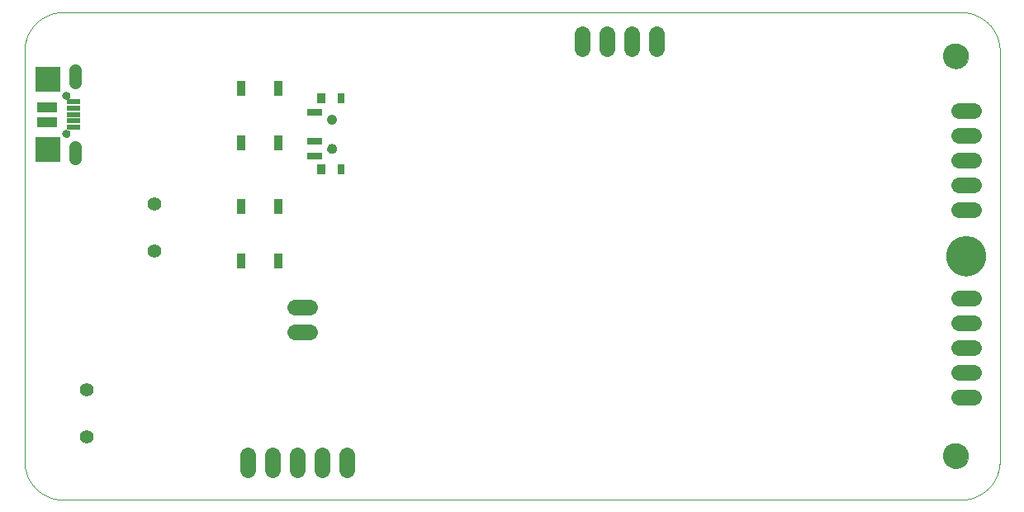
<source format=gbs>
G75*
%MOIN*%
%OFA0B0*%
%FSLAX25Y25*%
%IPPOS*%
%LPD*%
%AMOC8*
5,1,8,0,0,1.08239X$1,22.5*
%
%ADD10C,0.00000*%
%ADD11C,0.16148*%
%ADD12C,0.05600*%
%ADD13R,0.03400X0.06400*%
%ADD14C,0.06400*%
%ADD15C,0.10243*%
%ADD16R,0.06306X0.03156*%
%ADD17R,0.02762X0.04337*%
%ADD18R,0.03550X0.04337*%
%ADD19C,0.03943*%
%ADD20C,0.03156*%
%ADD21R,0.10243X0.10243*%
%ADD22C,0.05156*%
%ADD23R,0.08274X0.04337*%
%ADD24R,0.05709X0.01969*%
D10*
X0020048Y0004300D02*
X0382253Y0004300D01*
X0382634Y0004305D01*
X0383014Y0004318D01*
X0383394Y0004341D01*
X0383773Y0004374D01*
X0384151Y0004415D01*
X0384528Y0004465D01*
X0384904Y0004525D01*
X0385279Y0004593D01*
X0385651Y0004671D01*
X0386022Y0004758D01*
X0386390Y0004853D01*
X0386756Y0004958D01*
X0387119Y0005071D01*
X0387480Y0005193D01*
X0387837Y0005323D01*
X0388191Y0005463D01*
X0388542Y0005610D01*
X0388889Y0005767D01*
X0389232Y0005931D01*
X0389571Y0006104D01*
X0389906Y0006285D01*
X0390237Y0006474D01*
X0390562Y0006671D01*
X0390883Y0006875D01*
X0391199Y0007088D01*
X0391509Y0007308D01*
X0391815Y0007535D01*
X0392114Y0007770D01*
X0392408Y0008012D01*
X0392696Y0008260D01*
X0392978Y0008516D01*
X0393253Y0008779D01*
X0393522Y0009048D01*
X0393785Y0009323D01*
X0394041Y0009605D01*
X0394289Y0009893D01*
X0394531Y0010187D01*
X0394766Y0010486D01*
X0394993Y0010792D01*
X0395213Y0011102D01*
X0395426Y0011418D01*
X0395630Y0011739D01*
X0395827Y0012064D01*
X0396016Y0012395D01*
X0396197Y0012730D01*
X0396370Y0013069D01*
X0396534Y0013412D01*
X0396691Y0013759D01*
X0396838Y0014110D01*
X0396978Y0014464D01*
X0397108Y0014821D01*
X0397230Y0015182D01*
X0397343Y0015545D01*
X0397448Y0015911D01*
X0397543Y0016279D01*
X0397630Y0016650D01*
X0397708Y0017022D01*
X0397776Y0017397D01*
X0397836Y0017773D01*
X0397886Y0018150D01*
X0397927Y0018528D01*
X0397960Y0018907D01*
X0397983Y0019287D01*
X0397996Y0019667D01*
X0398001Y0020048D01*
X0398001Y0185402D01*
X0397996Y0185783D01*
X0397983Y0186163D01*
X0397960Y0186543D01*
X0397927Y0186922D01*
X0397886Y0187300D01*
X0397836Y0187677D01*
X0397776Y0188053D01*
X0397708Y0188428D01*
X0397630Y0188800D01*
X0397543Y0189171D01*
X0397448Y0189539D01*
X0397343Y0189905D01*
X0397230Y0190268D01*
X0397108Y0190629D01*
X0396978Y0190986D01*
X0396838Y0191340D01*
X0396691Y0191691D01*
X0396534Y0192038D01*
X0396370Y0192381D01*
X0396197Y0192720D01*
X0396016Y0193055D01*
X0395827Y0193386D01*
X0395630Y0193711D01*
X0395426Y0194032D01*
X0395213Y0194348D01*
X0394993Y0194658D01*
X0394766Y0194964D01*
X0394531Y0195263D01*
X0394289Y0195557D01*
X0394041Y0195845D01*
X0393785Y0196127D01*
X0393522Y0196402D01*
X0393253Y0196671D01*
X0392978Y0196934D01*
X0392696Y0197190D01*
X0392408Y0197438D01*
X0392114Y0197680D01*
X0391815Y0197915D01*
X0391509Y0198142D01*
X0391199Y0198362D01*
X0390883Y0198575D01*
X0390562Y0198779D01*
X0390237Y0198976D01*
X0389906Y0199165D01*
X0389571Y0199346D01*
X0389232Y0199519D01*
X0388889Y0199683D01*
X0388542Y0199840D01*
X0388191Y0199987D01*
X0387837Y0200127D01*
X0387480Y0200257D01*
X0387119Y0200379D01*
X0386756Y0200492D01*
X0386390Y0200597D01*
X0386022Y0200692D01*
X0385651Y0200779D01*
X0385279Y0200857D01*
X0384904Y0200925D01*
X0384528Y0200985D01*
X0384151Y0201035D01*
X0383773Y0201076D01*
X0383394Y0201109D01*
X0383014Y0201132D01*
X0382634Y0201145D01*
X0382253Y0201150D01*
X0020048Y0201150D01*
X0019667Y0201145D01*
X0019287Y0201132D01*
X0018907Y0201109D01*
X0018528Y0201076D01*
X0018150Y0201035D01*
X0017773Y0200985D01*
X0017397Y0200925D01*
X0017022Y0200857D01*
X0016650Y0200779D01*
X0016279Y0200692D01*
X0015911Y0200597D01*
X0015545Y0200492D01*
X0015182Y0200379D01*
X0014821Y0200257D01*
X0014464Y0200127D01*
X0014110Y0199987D01*
X0013759Y0199840D01*
X0013412Y0199683D01*
X0013069Y0199519D01*
X0012730Y0199346D01*
X0012395Y0199165D01*
X0012064Y0198976D01*
X0011739Y0198779D01*
X0011418Y0198575D01*
X0011102Y0198362D01*
X0010792Y0198142D01*
X0010486Y0197915D01*
X0010187Y0197680D01*
X0009893Y0197438D01*
X0009605Y0197190D01*
X0009323Y0196934D01*
X0009048Y0196671D01*
X0008779Y0196402D01*
X0008516Y0196127D01*
X0008260Y0195845D01*
X0008012Y0195557D01*
X0007770Y0195263D01*
X0007535Y0194964D01*
X0007308Y0194658D01*
X0007088Y0194348D01*
X0006875Y0194032D01*
X0006671Y0193711D01*
X0006474Y0193386D01*
X0006285Y0193055D01*
X0006104Y0192720D01*
X0005931Y0192381D01*
X0005767Y0192038D01*
X0005610Y0191691D01*
X0005463Y0191340D01*
X0005323Y0190986D01*
X0005193Y0190629D01*
X0005071Y0190268D01*
X0004958Y0189905D01*
X0004853Y0189539D01*
X0004758Y0189171D01*
X0004671Y0188800D01*
X0004593Y0188428D01*
X0004525Y0188053D01*
X0004465Y0187677D01*
X0004415Y0187300D01*
X0004374Y0186922D01*
X0004341Y0186543D01*
X0004318Y0186163D01*
X0004305Y0185783D01*
X0004300Y0185402D01*
X0004300Y0020048D01*
X0004305Y0019667D01*
X0004318Y0019287D01*
X0004341Y0018907D01*
X0004374Y0018528D01*
X0004415Y0018150D01*
X0004465Y0017773D01*
X0004525Y0017397D01*
X0004593Y0017022D01*
X0004671Y0016650D01*
X0004758Y0016279D01*
X0004853Y0015911D01*
X0004958Y0015545D01*
X0005071Y0015182D01*
X0005193Y0014821D01*
X0005323Y0014464D01*
X0005463Y0014110D01*
X0005610Y0013759D01*
X0005767Y0013412D01*
X0005931Y0013069D01*
X0006104Y0012730D01*
X0006285Y0012395D01*
X0006474Y0012064D01*
X0006671Y0011739D01*
X0006875Y0011418D01*
X0007088Y0011102D01*
X0007308Y0010792D01*
X0007535Y0010486D01*
X0007770Y0010187D01*
X0008012Y0009893D01*
X0008260Y0009605D01*
X0008516Y0009323D01*
X0008779Y0009048D01*
X0009048Y0008779D01*
X0009323Y0008516D01*
X0009605Y0008260D01*
X0009893Y0008012D01*
X0010187Y0007770D01*
X0010486Y0007535D01*
X0010792Y0007308D01*
X0011102Y0007088D01*
X0011418Y0006875D01*
X0011739Y0006671D01*
X0012064Y0006474D01*
X0012395Y0006285D01*
X0012730Y0006104D01*
X0013069Y0005931D01*
X0013412Y0005767D01*
X0013759Y0005610D01*
X0014110Y0005463D01*
X0014464Y0005323D01*
X0014821Y0005193D01*
X0015182Y0005071D01*
X0015545Y0004958D01*
X0015911Y0004853D01*
X0016279Y0004758D01*
X0016650Y0004671D01*
X0017022Y0004593D01*
X0017397Y0004525D01*
X0017773Y0004465D01*
X0018150Y0004415D01*
X0018528Y0004374D01*
X0018907Y0004341D01*
X0019287Y0004318D01*
X0019667Y0004305D01*
X0020048Y0004300D01*
X0014930Y0144457D02*
X0012568Y0144457D01*
X0012502Y0144465D01*
X0012438Y0144477D01*
X0012374Y0144493D01*
X0012311Y0144512D01*
X0012250Y0144536D01*
X0012190Y0144563D01*
X0012132Y0144593D01*
X0012076Y0144627D01*
X0012022Y0144664D01*
X0011970Y0144705D01*
X0011921Y0144749D01*
X0011874Y0144795D01*
X0011831Y0144844D01*
X0011790Y0144896D01*
X0011753Y0144950D01*
X0011719Y0145006D01*
X0011689Y0145064D01*
X0011662Y0145124D01*
X0011638Y0145185D01*
X0011619Y0145248D01*
X0011603Y0145312D01*
X0011591Y0145376D01*
X0011583Y0145442D01*
X0011579Y0145507D01*
X0011579Y0145573D01*
X0011583Y0145638D01*
X0011583Y0145639D02*
X0011579Y0145704D01*
X0011579Y0145770D01*
X0011583Y0145835D01*
X0011591Y0145901D01*
X0011603Y0145965D01*
X0011619Y0146029D01*
X0011638Y0146092D01*
X0011662Y0146153D01*
X0011689Y0146213D01*
X0011719Y0146271D01*
X0011753Y0146327D01*
X0011790Y0146381D01*
X0011831Y0146433D01*
X0011874Y0146482D01*
X0011921Y0146528D01*
X0011970Y0146572D01*
X0012022Y0146613D01*
X0012076Y0146650D01*
X0012132Y0146684D01*
X0012190Y0146714D01*
X0012250Y0146741D01*
X0012311Y0146765D01*
X0012374Y0146784D01*
X0012438Y0146800D01*
X0012502Y0146812D01*
X0012568Y0146820D01*
X0014930Y0146820D01*
X0014929Y0146820D02*
X0014992Y0146812D01*
X0015054Y0146801D01*
X0015116Y0146786D01*
X0015176Y0146768D01*
X0015236Y0146746D01*
X0015294Y0146721D01*
X0015350Y0146692D01*
X0015405Y0146660D01*
X0015457Y0146625D01*
X0015508Y0146587D01*
X0015556Y0146547D01*
X0015602Y0146503D01*
X0015645Y0146457D01*
X0015686Y0146408D01*
X0015724Y0146357D01*
X0015758Y0146305D01*
X0015790Y0146250D01*
X0015818Y0146193D01*
X0015843Y0146135D01*
X0015864Y0146075D01*
X0015882Y0146015D01*
X0015896Y0145953D01*
X0015907Y0145891D01*
X0015914Y0145828D01*
X0015918Y0145765D01*
X0015917Y0145702D01*
X0015914Y0145639D01*
X0015914Y0145638D02*
X0015917Y0145575D01*
X0015918Y0145512D01*
X0015914Y0145449D01*
X0015907Y0145386D01*
X0015896Y0145324D01*
X0015882Y0145262D01*
X0015864Y0145202D01*
X0015843Y0145142D01*
X0015818Y0145084D01*
X0015790Y0145027D01*
X0015758Y0144972D01*
X0015724Y0144920D01*
X0015686Y0144869D01*
X0015645Y0144820D01*
X0015602Y0144774D01*
X0015556Y0144730D01*
X0015508Y0144690D01*
X0015457Y0144652D01*
X0015405Y0144617D01*
X0015350Y0144585D01*
X0015294Y0144556D01*
X0015236Y0144531D01*
X0015176Y0144509D01*
X0015116Y0144491D01*
X0015054Y0144476D01*
X0014992Y0144465D01*
X0014929Y0144457D01*
X0019851Y0152135D02*
X0019853Y0152209D01*
X0019859Y0152283D01*
X0019869Y0152356D01*
X0019883Y0152429D01*
X0019900Y0152501D01*
X0019922Y0152571D01*
X0019947Y0152641D01*
X0019976Y0152709D01*
X0020009Y0152775D01*
X0020045Y0152840D01*
X0020085Y0152902D01*
X0020127Y0152963D01*
X0020173Y0153021D01*
X0020222Y0153076D01*
X0020274Y0153129D01*
X0020329Y0153179D01*
X0020386Y0153225D01*
X0020446Y0153269D01*
X0020508Y0153309D01*
X0020572Y0153346D01*
X0020638Y0153380D01*
X0020706Y0153410D01*
X0020775Y0153436D01*
X0020846Y0153459D01*
X0020917Y0153477D01*
X0020990Y0153492D01*
X0021063Y0153503D01*
X0021137Y0153510D01*
X0021211Y0153513D01*
X0021284Y0153512D01*
X0021358Y0153507D01*
X0021432Y0153498D01*
X0021505Y0153485D01*
X0021577Y0153468D01*
X0021648Y0153448D01*
X0021718Y0153423D01*
X0021786Y0153395D01*
X0021853Y0153364D01*
X0021918Y0153328D01*
X0021981Y0153290D01*
X0022042Y0153248D01*
X0022101Y0153202D01*
X0022157Y0153154D01*
X0022210Y0153103D01*
X0022260Y0153049D01*
X0022308Y0152992D01*
X0022352Y0152933D01*
X0022394Y0152871D01*
X0022432Y0152808D01*
X0022466Y0152742D01*
X0022497Y0152675D01*
X0022524Y0152606D01*
X0022547Y0152536D01*
X0022567Y0152465D01*
X0022583Y0152392D01*
X0022595Y0152319D01*
X0022603Y0152246D01*
X0022607Y0152172D01*
X0022607Y0152098D01*
X0022603Y0152024D01*
X0022595Y0151951D01*
X0022583Y0151878D01*
X0022567Y0151805D01*
X0022547Y0151734D01*
X0022524Y0151664D01*
X0022497Y0151595D01*
X0022466Y0151528D01*
X0022432Y0151462D01*
X0022394Y0151399D01*
X0022352Y0151337D01*
X0022308Y0151278D01*
X0022260Y0151221D01*
X0022210Y0151167D01*
X0022157Y0151116D01*
X0022101Y0151068D01*
X0022042Y0151022D01*
X0021981Y0150980D01*
X0021918Y0150942D01*
X0021853Y0150906D01*
X0021786Y0150875D01*
X0021718Y0150847D01*
X0021648Y0150822D01*
X0021577Y0150802D01*
X0021505Y0150785D01*
X0021432Y0150772D01*
X0021358Y0150763D01*
X0021284Y0150758D01*
X0021211Y0150757D01*
X0021137Y0150760D01*
X0021063Y0150767D01*
X0020990Y0150778D01*
X0020917Y0150793D01*
X0020846Y0150811D01*
X0020775Y0150834D01*
X0020706Y0150860D01*
X0020638Y0150890D01*
X0020572Y0150924D01*
X0020508Y0150961D01*
X0020446Y0151001D01*
X0020386Y0151045D01*
X0020329Y0151091D01*
X0020274Y0151141D01*
X0020222Y0151194D01*
X0020173Y0151249D01*
X0020127Y0151307D01*
X0020085Y0151368D01*
X0020045Y0151430D01*
X0020009Y0151495D01*
X0019976Y0151561D01*
X0019947Y0151629D01*
X0019922Y0151699D01*
X0019900Y0151769D01*
X0019883Y0151841D01*
X0019869Y0151914D01*
X0019859Y0151987D01*
X0019853Y0152061D01*
X0019851Y0152135D01*
X0019851Y0167489D02*
X0019853Y0167563D01*
X0019859Y0167637D01*
X0019869Y0167710D01*
X0019883Y0167783D01*
X0019900Y0167855D01*
X0019922Y0167925D01*
X0019947Y0167995D01*
X0019976Y0168063D01*
X0020009Y0168129D01*
X0020045Y0168194D01*
X0020085Y0168256D01*
X0020127Y0168317D01*
X0020173Y0168375D01*
X0020222Y0168430D01*
X0020274Y0168483D01*
X0020329Y0168533D01*
X0020386Y0168579D01*
X0020446Y0168623D01*
X0020508Y0168663D01*
X0020572Y0168700D01*
X0020638Y0168734D01*
X0020706Y0168764D01*
X0020775Y0168790D01*
X0020846Y0168813D01*
X0020917Y0168831D01*
X0020990Y0168846D01*
X0021063Y0168857D01*
X0021137Y0168864D01*
X0021211Y0168867D01*
X0021284Y0168866D01*
X0021358Y0168861D01*
X0021432Y0168852D01*
X0021505Y0168839D01*
X0021577Y0168822D01*
X0021648Y0168802D01*
X0021718Y0168777D01*
X0021786Y0168749D01*
X0021853Y0168718D01*
X0021918Y0168682D01*
X0021981Y0168644D01*
X0022042Y0168602D01*
X0022101Y0168556D01*
X0022157Y0168508D01*
X0022210Y0168457D01*
X0022260Y0168403D01*
X0022308Y0168346D01*
X0022352Y0168287D01*
X0022394Y0168225D01*
X0022432Y0168162D01*
X0022466Y0168096D01*
X0022497Y0168029D01*
X0022524Y0167960D01*
X0022547Y0167890D01*
X0022567Y0167819D01*
X0022583Y0167746D01*
X0022595Y0167673D01*
X0022603Y0167600D01*
X0022607Y0167526D01*
X0022607Y0167452D01*
X0022603Y0167378D01*
X0022595Y0167305D01*
X0022583Y0167232D01*
X0022567Y0167159D01*
X0022547Y0167088D01*
X0022524Y0167018D01*
X0022497Y0166949D01*
X0022466Y0166882D01*
X0022432Y0166816D01*
X0022394Y0166753D01*
X0022352Y0166691D01*
X0022308Y0166632D01*
X0022260Y0166575D01*
X0022210Y0166521D01*
X0022157Y0166470D01*
X0022101Y0166422D01*
X0022042Y0166376D01*
X0021981Y0166334D01*
X0021918Y0166296D01*
X0021853Y0166260D01*
X0021786Y0166229D01*
X0021718Y0166201D01*
X0021648Y0166176D01*
X0021577Y0166156D01*
X0021505Y0166139D01*
X0021432Y0166126D01*
X0021358Y0166117D01*
X0021284Y0166112D01*
X0021211Y0166111D01*
X0021137Y0166114D01*
X0021063Y0166121D01*
X0020990Y0166132D01*
X0020917Y0166147D01*
X0020846Y0166165D01*
X0020775Y0166188D01*
X0020706Y0166214D01*
X0020638Y0166244D01*
X0020572Y0166278D01*
X0020508Y0166315D01*
X0020446Y0166355D01*
X0020386Y0166399D01*
X0020329Y0166445D01*
X0020274Y0166495D01*
X0020222Y0166548D01*
X0020173Y0166603D01*
X0020127Y0166661D01*
X0020085Y0166722D01*
X0020045Y0166784D01*
X0020009Y0166849D01*
X0019976Y0166915D01*
X0019947Y0166983D01*
X0019922Y0167053D01*
X0019900Y0167123D01*
X0019883Y0167195D01*
X0019869Y0167268D01*
X0019859Y0167341D01*
X0019853Y0167415D01*
X0019851Y0167489D01*
X0014930Y0172804D02*
X0012568Y0172804D01*
X0012502Y0172812D01*
X0012438Y0172824D01*
X0012374Y0172840D01*
X0012311Y0172859D01*
X0012250Y0172883D01*
X0012190Y0172910D01*
X0012132Y0172940D01*
X0012076Y0172974D01*
X0012022Y0173011D01*
X0011970Y0173052D01*
X0011921Y0173096D01*
X0011874Y0173142D01*
X0011831Y0173191D01*
X0011790Y0173243D01*
X0011753Y0173297D01*
X0011719Y0173353D01*
X0011689Y0173411D01*
X0011662Y0173471D01*
X0011638Y0173532D01*
X0011619Y0173595D01*
X0011603Y0173659D01*
X0011591Y0173723D01*
X0011583Y0173789D01*
X0011579Y0173854D01*
X0011579Y0173920D01*
X0011583Y0173985D01*
X0011579Y0174050D01*
X0011579Y0174116D01*
X0011583Y0174181D01*
X0011591Y0174247D01*
X0011603Y0174311D01*
X0011619Y0174375D01*
X0011638Y0174438D01*
X0011662Y0174499D01*
X0011689Y0174559D01*
X0011719Y0174617D01*
X0011753Y0174673D01*
X0011790Y0174727D01*
X0011831Y0174779D01*
X0011874Y0174828D01*
X0011921Y0174874D01*
X0011970Y0174918D01*
X0012022Y0174959D01*
X0012076Y0174996D01*
X0012132Y0175030D01*
X0012190Y0175060D01*
X0012250Y0175087D01*
X0012311Y0175111D01*
X0012374Y0175130D01*
X0012438Y0175146D01*
X0012502Y0175158D01*
X0012568Y0175166D01*
X0014930Y0175166D01*
X0014929Y0175166D02*
X0014992Y0175158D01*
X0015054Y0175147D01*
X0015116Y0175132D01*
X0015176Y0175114D01*
X0015236Y0175092D01*
X0015294Y0175067D01*
X0015350Y0175038D01*
X0015405Y0175006D01*
X0015457Y0174971D01*
X0015508Y0174933D01*
X0015556Y0174893D01*
X0015602Y0174849D01*
X0015645Y0174803D01*
X0015686Y0174754D01*
X0015724Y0174703D01*
X0015758Y0174651D01*
X0015790Y0174596D01*
X0015818Y0174539D01*
X0015843Y0174481D01*
X0015864Y0174421D01*
X0015882Y0174361D01*
X0015896Y0174299D01*
X0015907Y0174237D01*
X0015914Y0174174D01*
X0015918Y0174111D01*
X0015917Y0174048D01*
X0015914Y0173985D01*
X0015917Y0173922D01*
X0015918Y0173859D01*
X0015914Y0173796D01*
X0015907Y0173733D01*
X0015896Y0173671D01*
X0015882Y0173609D01*
X0015864Y0173549D01*
X0015843Y0173489D01*
X0015818Y0173431D01*
X0015790Y0173374D01*
X0015758Y0173319D01*
X0015724Y0173267D01*
X0015686Y0173216D01*
X0015645Y0173167D01*
X0015602Y0173121D01*
X0015556Y0173077D01*
X0015508Y0173037D01*
X0015457Y0172999D01*
X0015405Y0172964D01*
X0015350Y0172932D01*
X0015294Y0172903D01*
X0015236Y0172878D01*
X0015176Y0172856D01*
X0015116Y0172838D01*
X0015054Y0172823D01*
X0014992Y0172812D01*
X0014929Y0172804D01*
X0126544Y0157843D02*
X0126546Y0157927D01*
X0126552Y0158010D01*
X0126562Y0158093D01*
X0126576Y0158176D01*
X0126593Y0158258D01*
X0126615Y0158339D01*
X0126640Y0158418D01*
X0126669Y0158497D01*
X0126702Y0158574D01*
X0126738Y0158649D01*
X0126778Y0158723D01*
X0126821Y0158795D01*
X0126868Y0158864D01*
X0126918Y0158931D01*
X0126971Y0158996D01*
X0127027Y0159058D01*
X0127085Y0159118D01*
X0127147Y0159175D01*
X0127211Y0159228D01*
X0127278Y0159279D01*
X0127347Y0159326D01*
X0127418Y0159371D01*
X0127491Y0159411D01*
X0127566Y0159448D01*
X0127643Y0159482D01*
X0127721Y0159512D01*
X0127800Y0159538D01*
X0127881Y0159561D01*
X0127963Y0159579D01*
X0128045Y0159594D01*
X0128128Y0159605D01*
X0128211Y0159612D01*
X0128295Y0159615D01*
X0128379Y0159614D01*
X0128462Y0159609D01*
X0128546Y0159600D01*
X0128628Y0159587D01*
X0128710Y0159571D01*
X0128791Y0159550D01*
X0128872Y0159526D01*
X0128950Y0159498D01*
X0129028Y0159466D01*
X0129104Y0159430D01*
X0129178Y0159391D01*
X0129250Y0159349D01*
X0129320Y0159303D01*
X0129388Y0159254D01*
X0129453Y0159202D01*
X0129516Y0159147D01*
X0129576Y0159089D01*
X0129634Y0159028D01*
X0129688Y0158964D01*
X0129740Y0158898D01*
X0129788Y0158830D01*
X0129833Y0158759D01*
X0129874Y0158686D01*
X0129913Y0158612D01*
X0129947Y0158536D01*
X0129978Y0158458D01*
X0130005Y0158379D01*
X0130029Y0158298D01*
X0130048Y0158217D01*
X0130064Y0158135D01*
X0130076Y0158052D01*
X0130084Y0157968D01*
X0130088Y0157885D01*
X0130088Y0157801D01*
X0130084Y0157718D01*
X0130076Y0157634D01*
X0130064Y0157551D01*
X0130048Y0157469D01*
X0130029Y0157388D01*
X0130005Y0157307D01*
X0129978Y0157228D01*
X0129947Y0157150D01*
X0129913Y0157074D01*
X0129874Y0157000D01*
X0129833Y0156927D01*
X0129788Y0156856D01*
X0129740Y0156788D01*
X0129688Y0156722D01*
X0129634Y0156658D01*
X0129576Y0156597D01*
X0129516Y0156539D01*
X0129453Y0156484D01*
X0129388Y0156432D01*
X0129320Y0156383D01*
X0129250Y0156337D01*
X0129178Y0156295D01*
X0129104Y0156256D01*
X0129028Y0156220D01*
X0128950Y0156188D01*
X0128872Y0156160D01*
X0128791Y0156136D01*
X0128710Y0156115D01*
X0128628Y0156099D01*
X0128546Y0156086D01*
X0128462Y0156077D01*
X0128379Y0156072D01*
X0128295Y0156071D01*
X0128211Y0156074D01*
X0128128Y0156081D01*
X0128045Y0156092D01*
X0127963Y0156107D01*
X0127881Y0156125D01*
X0127800Y0156148D01*
X0127721Y0156174D01*
X0127643Y0156204D01*
X0127566Y0156238D01*
X0127491Y0156275D01*
X0127418Y0156315D01*
X0127347Y0156360D01*
X0127278Y0156407D01*
X0127211Y0156458D01*
X0127147Y0156511D01*
X0127085Y0156568D01*
X0127027Y0156628D01*
X0126971Y0156690D01*
X0126918Y0156755D01*
X0126868Y0156822D01*
X0126821Y0156891D01*
X0126778Y0156963D01*
X0126738Y0157037D01*
X0126702Y0157112D01*
X0126669Y0157189D01*
X0126640Y0157268D01*
X0126615Y0157347D01*
X0126593Y0157428D01*
X0126576Y0157510D01*
X0126562Y0157593D01*
X0126552Y0157676D01*
X0126546Y0157759D01*
X0126544Y0157843D01*
X0126544Y0146032D02*
X0126546Y0146116D01*
X0126552Y0146199D01*
X0126562Y0146282D01*
X0126576Y0146365D01*
X0126593Y0146447D01*
X0126615Y0146528D01*
X0126640Y0146607D01*
X0126669Y0146686D01*
X0126702Y0146763D01*
X0126738Y0146838D01*
X0126778Y0146912D01*
X0126821Y0146984D01*
X0126868Y0147053D01*
X0126918Y0147120D01*
X0126971Y0147185D01*
X0127027Y0147247D01*
X0127085Y0147307D01*
X0127147Y0147364D01*
X0127211Y0147417D01*
X0127278Y0147468D01*
X0127347Y0147515D01*
X0127418Y0147560D01*
X0127491Y0147600D01*
X0127566Y0147637D01*
X0127643Y0147671D01*
X0127721Y0147701D01*
X0127800Y0147727D01*
X0127881Y0147750D01*
X0127963Y0147768D01*
X0128045Y0147783D01*
X0128128Y0147794D01*
X0128211Y0147801D01*
X0128295Y0147804D01*
X0128379Y0147803D01*
X0128462Y0147798D01*
X0128546Y0147789D01*
X0128628Y0147776D01*
X0128710Y0147760D01*
X0128791Y0147739D01*
X0128872Y0147715D01*
X0128950Y0147687D01*
X0129028Y0147655D01*
X0129104Y0147619D01*
X0129178Y0147580D01*
X0129250Y0147538D01*
X0129320Y0147492D01*
X0129388Y0147443D01*
X0129453Y0147391D01*
X0129516Y0147336D01*
X0129576Y0147278D01*
X0129634Y0147217D01*
X0129688Y0147153D01*
X0129740Y0147087D01*
X0129788Y0147019D01*
X0129833Y0146948D01*
X0129874Y0146875D01*
X0129913Y0146801D01*
X0129947Y0146725D01*
X0129978Y0146647D01*
X0130005Y0146568D01*
X0130029Y0146487D01*
X0130048Y0146406D01*
X0130064Y0146324D01*
X0130076Y0146241D01*
X0130084Y0146157D01*
X0130088Y0146074D01*
X0130088Y0145990D01*
X0130084Y0145907D01*
X0130076Y0145823D01*
X0130064Y0145740D01*
X0130048Y0145658D01*
X0130029Y0145577D01*
X0130005Y0145496D01*
X0129978Y0145417D01*
X0129947Y0145339D01*
X0129913Y0145263D01*
X0129874Y0145189D01*
X0129833Y0145116D01*
X0129788Y0145045D01*
X0129740Y0144977D01*
X0129688Y0144911D01*
X0129634Y0144847D01*
X0129576Y0144786D01*
X0129516Y0144728D01*
X0129453Y0144673D01*
X0129388Y0144621D01*
X0129320Y0144572D01*
X0129250Y0144526D01*
X0129178Y0144484D01*
X0129104Y0144445D01*
X0129028Y0144409D01*
X0128950Y0144377D01*
X0128872Y0144349D01*
X0128791Y0144325D01*
X0128710Y0144304D01*
X0128628Y0144288D01*
X0128546Y0144275D01*
X0128462Y0144266D01*
X0128379Y0144261D01*
X0128295Y0144260D01*
X0128211Y0144263D01*
X0128128Y0144270D01*
X0128045Y0144281D01*
X0127963Y0144296D01*
X0127881Y0144314D01*
X0127800Y0144337D01*
X0127721Y0144363D01*
X0127643Y0144393D01*
X0127566Y0144427D01*
X0127491Y0144464D01*
X0127418Y0144504D01*
X0127347Y0144549D01*
X0127278Y0144596D01*
X0127211Y0144647D01*
X0127147Y0144700D01*
X0127085Y0144757D01*
X0127027Y0144817D01*
X0126971Y0144879D01*
X0126918Y0144944D01*
X0126868Y0145011D01*
X0126821Y0145080D01*
X0126778Y0145152D01*
X0126738Y0145226D01*
X0126702Y0145301D01*
X0126669Y0145378D01*
X0126640Y0145457D01*
X0126615Y0145536D01*
X0126593Y0145617D01*
X0126576Y0145699D01*
X0126562Y0145782D01*
X0126552Y0145865D01*
X0126546Y0145948D01*
X0126544Y0146032D01*
X0375363Y0183434D02*
X0375365Y0183574D01*
X0375371Y0183714D01*
X0375381Y0183853D01*
X0375395Y0183992D01*
X0375413Y0184131D01*
X0375434Y0184269D01*
X0375460Y0184407D01*
X0375490Y0184544D01*
X0375523Y0184679D01*
X0375561Y0184814D01*
X0375602Y0184948D01*
X0375647Y0185081D01*
X0375695Y0185212D01*
X0375748Y0185341D01*
X0375804Y0185470D01*
X0375863Y0185596D01*
X0375927Y0185721D01*
X0375993Y0185844D01*
X0376064Y0185965D01*
X0376137Y0186084D01*
X0376214Y0186201D01*
X0376295Y0186315D01*
X0376378Y0186427D01*
X0376465Y0186537D01*
X0376555Y0186645D01*
X0376647Y0186749D01*
X0376743Y0186851D01*
X0376842Y0186951D01*
X0376943Y0187047D01*
X0377047Y0187141D01*
X0377154Y0187231D01*
X0377263Y0187318D01*
X0377375Y0187403D01*
X0377489Y0187484D01*
X0377605Y0187562D01*
X0377723Y0187636D01*
X0377844Y0187707D01*
X0377966Y0187775D01*
X0378091Y0187839D01*
X0378217Y0187900D01*
X0378344Y0187957D01*
X0378474Y0188010D01*
X0378605Y0188060D01*
X0378737Y0188105D01*
X0378870Y0188148D01*
X0379005Y0188186D01*
X0379140Y0188220D01*
X0379277Y0188251D01*
X0379414Y0188278D01*
X0379552Y0188300D01*
X0379691Y0188319D01*
X0379830Y0188334D01*
X0379969Y0188345D01*
X0380109Y0188352D01*
X0380249Y0188355D01*
X0380389Y0188354D01*
X0380529Y0188349D01*
X0380668Y0188340D01*
X0380808Y0188327D01*
X0380947Y0188310D01*
X0381085Y0188289D01*
X0381223Y0188265D01*
X0381360Y0188236D01*
X0381496Y0188204D01*
X0381631Y0188167D01*
X0381765Y0188127D01*
X0381898Y0188083D01*
X0382029Y0188035D01*
X0382159Y0187984D01*
X0382288Y0187929D01*
X0382415Y0187870D01*
X0382540Y0187807D01*
X0382663Y0187742D01*
X0382785Y0187672D01*
X0382904Y0187599D01*
X0383022Y0187523D01*
X0383137Y0187444D01*
X0383250Y0187361D01*
X0383360Y0187275D01*
X0383468Y0187186D01*
X0383573Y0187094D01*
X0383676Y0186999D01*
X0383776Y0186901D01*
X0383873Y0186801D01*
X0383967Y0186697D01*
X0384059Y0186591D01*
X0384147Y0186483D01*
X0384232Y0186372D01*
X0384314Y0186258D01*
X0384393Y0186142D01*
X0384468Y0186025D01*
X0384540Y0185905D01*
X0384608Y0185783D01*
X0384673Y0185659D01*
X0384735Y0185533D01*
X0384793Y0185406D01*
X0384847Y0185277D01*
X0384898Y0185146D01*
X0384944Y0185014D01*
X0384987Y0184881D01*
X0385027Y0184747D01*
X0385062Y0184612D01*
X0385094Y0184475D01*
X0385121Y0184338D01*
X0385145Y0184200D01*
X0385165Y0184062D01*
X0385181Y0183923D01*
X0385193Y0183783D01*
X0385201Y0183644D01*
X0385205Y0183504D01*
X0385205Y0183364D01*
X0385201Y0183224D01*
X0385193Y0183085D01*
X0385181Y0182945D01*
X0385165Y0182806D01*
X0385145Y0182668D01*
X0385121Y0182530D01*
X0385094Y0182393D01*
X0385062Y0182256D01*
X0385027Y0182121D01*
X0384987Y0181987D01*
X0384944Y0181854D01*
X0384898Y0181722D01*
X0384847Y0181591D01*
X0384793Y0181462D01*
X0384735Y0181335D01*
X0384673Y0181209D01*
X0384608Y0181085D01*
X0384540Y0180963D01*
X0384468Y0180843D01*
X0384393Y0180726D01*
X0384314Y0180610D01*
X0384232Y0180496D01*
X0384147Y0180385D01*
X0384059Y0180277D01*
X0383967Y0180171D01*
X0383873Y0180067D01*
X0383776Y0179967D01*
X0383676Y0179869D01*
X0383573Y0179774D01*
X0383468Y0179682D01*
X0383360Y0179593D01*
X0383250Y0179507D01*
X0383137Y0179424D01*
X0383022Y0179345D01*
X0382904Y0179269D01*
X0382785Y0179196D01*
X0382663Y0179126D01*
X0382540Y0179061D01*
X0382415Y0178998D01*
X0382288Y0178939D01*
X0382159Y0178884D01*
X0382029Y0178833D01*
X0381898Y0178785D01*
X0381765Y0178741D01*
X0381631Y0178701D01*
X0381496Y0178664D01*
X0381360Y0178632D01*
X0381223Y0178603D01*
X0381085Y0178579D01*
X0380947Y0178558D01*
X0380808Y0178541D01*
X0380668Y0178528D01*
X0380529Y0178519D01*
X0380389Y0178514D01*
X0380249Y0178513D01*
X0380109Y0178516D01*
X0379969Y0178523D01*
X0379830Y0178534D01*
X0379691Y0178549D01*
X0379552Y0178568D01*
X0379414Y0178590D01*
X0379277Y0178617D01*
X0379140Y0178648D01*
X0379005Y0178682D01*
X0378870Y0178720D01*
X0378737Y0178763D01*
X0378605Y0178808D01*
X0378474Y0178858D01*
X0378344Y0178911D01*
X0378217Y0178968D01*
X0378091Y0179029D01*
X0377966Y0179093D01*
X0377844Y0179161D01*
X0377723Y0179232D01*
X0377605Y0179306D01*
X0377489Y0179384D01*
X0377375Y0179465D01*
X0377263Y0179550D01*
X0377154Y0179637D01*
X0377047Y0179727D01*
X0376943Y0179821D01*
X0376842Y0179917D01*
X0376743Y0180017D01*
X0376647Y0180119D01*
X0376555Y0180223D01*
X0376465Y0180331D01*
X0376378Y0180441D01*
X0376295Y0180553D01*
X0376214Y0180667D01*
X0376137Y0180784D01*
X0376064Y0180903D01*
X0375993Y0181024D01*
X0375927Y0181147D01*
X0375863Y0181272D01*
X0375804Y0181398D01*
X0375748Y0181527D01*
X0375695Y0181656D01*
X0375647Y0181787D01*
X0375602Y0181920D01*
X0375561Y0182054D01*
X0375523Y0182189D01*
X0375490Y0182324D01*
X0375460Y0182461D01*
X0375434Y0182599D01*
X0375413Y0182737D01*
X0375395Y0182876D01*
X0375381Y0183015D01*
X0375371Y0183154D01*
X0375365Y0183294D01*
X0375363Y0183434D01*
X0376426Y0102725D02*
X0376428Y0102918D01*
X0376435Y0103111D01*
X0376447Y0103304D01*
X0376464Y0103497D01*
X0376485Y0103689D01*
X0376511Y0103880D01*
X0376542Y0104071D01*
X0376577Y0104261D01*
X0376617Y0104450D01*
X0376662Y0104638D01*
X0376711Y0104825D01*
X0376765Y0105011D01*
X0376823Y0105195D01*
X0376886Y0105378D01*
X0376954Y0105559D01*
X0377025Y0105738D01*
X0377102Y0105916D01*
X0377182Y0106092D01*
X0377267Y0106265D01*
X0377356Y0106437D01*
X0377449Y0106606D01*
X0377546Y0106773D01*
X0377648Y0106938D01*
X0377753Y0107100D01*
X0377862Y0107259D01*
X0377976Y0107416D01*
X0378093Y0107569D01*
X0378213Y0107720D01*
X0378338Y0107868D01*
X0378466Y0108013D01*
X0378597Y0108154D01*
X0378732Y0108293D01*
X0378871Y0108428D01*
X0379012Y0108559D01*
X0379157Y0108687D01*
X0379305Y0108812D01*
X0379456Y0108932D01*
X0379609Y0109049D01*
X0379766Y0109163D01*
X0379925Y0109272D01*
X0380087Y0109377D01*
X0380252Y0109479D01*
X0380419Y0109576D01*
X0380588Y0109669D01*
X0380760Y0109758D01*
X0380933Y0109843D01*
X0381109Y0109923D01*
X0381287Y0110000D01*
X0381466Y0110071D01*
X0381647Y0110139D01*
X0381830Y0110202D01*
X0382014Y0110260D01*
X0382200Y0110314D01*
X0382387Y0110363D01*
X0382575Y0110408D01*
X0382764Y0110448D01*
X0382954Y0110483D01*
X0383145Y0110514D01*
X0383336Y0110540D01*
X0383528Y0110561D01*
X0383721Y0110578D01*
X0383914Y0110590D01*
X0384107Y0110597D01*
X0384300Y0110599D01*
X0384493Y0110597D01*
X0384686Y0110590D01*
X0384879Y0110578D01*
X0385072Y0110561D01*
X0385264Y0110540D01*
X0385455Y0110514D01*
X0385646Y0110483D01*
X0385836Y0110448D01*
X0386025Y0110408D01*
X0386213Y0110363D01*
X0386400Y0110314D01*
X0386586Y0110260D01*
X0386770Y0110202D01*
X0386953Y0110139D01*
X0387134Y0110071D01*
X0387313Y0110000D01*
X0387491Y0109923D01*
X0387667Y0109843D01*
X0387840Y0109758D01*
X0388012Y0109669D01*
X0388181Y0109576D01*
X0388348Y0109479D01*
X0388513Y0109377D01*
X0388675Y0109272D01*
X0388834Y0109163D01*
X0388991Y0109049D01*
X0389144Y0108932D01*
X0389295Y0108812D01*
X0389443Y0108687D01*
X0389588Y0108559D01*
X0389729Y0108428D01*
X0389868Y0108293D01*
X0390003Y0108154D01*
X0390134Y0108013D01*
X0390262Y0107868D01*
X0390387Y0107720D01*
X0390507Y0107569D01*
X0390624Y0107416D01*
X0390738Y0107259D01*
X0390847Y0107100D01*
X0390952Y0106938D01*
X0391054Y0106773D01*
X0391151Y0106606D01*
X0391244Y0106437D01*
X0391333Y0106265D01*
X0391418Y0106092D01*
X0391498Y0105916D01*
X0391575Y0105738D01*
X0391646Y0105559D01*
X0391714Y0105378D01*
X0391777Y0105195D01*
X0391835Y0105011D01*
X0391889Y0104825D01*
X0391938Y0104638D01*
X0391983Y0104450D01*
X0392023Y0104261D01*
X0392058Y0104071D01*
X0392089Y0103880D01*
X0392115Y0103689D01*
X0392136Y0103497D01*
X0392153Y0103304D01*
X0392165Y0103111D01*
X0392172Y0102918D01*
X0392174Y0102725D01*
X0392172Y0102532D01*
X0392165Y0102339D01*
X0392153Y0102146D01*
X0392136Y0101953D01*
X0392115Y0101761D01*
X0392089Y0101570D01*
X0392058Y0101379D01*
X0392023Y0101189D01*
X0391983Y0101000D01*
X0391938Y0100812D01*
X0391889Y0100625D01*
X0391835Y0100439D01*
X0391777Y0100255D01*
X0391714Y0100072D01*
X0391646Y0099891D01*
X0391575Y0099712D01*
X0391498Y0099534D01*
X0391418Y0099358D01*
X0391333Y0099185D01*
X0391244Y0099013D01*
X0391151Y0098844D01*
X0391054Y0098677D01*
X0390952Y0098512D01*
X0390847Y0098350D01*
X0390738Y0098191D01*
X0390624Y0098034D01*
X0390507Y0097881D01*
X0390387Y0097730D01*
X0390262Y0097582D01*
X0390134Y0097437D01*
X0390003Y0097296D01*
X0389868Y0097157D01*
X0389729Y0097022D01*
X0389588Y0096891D01*
X0389443Y0096763D01*
X0389295Y0096638D01*
X0389144Y0096518D01*
X0388991Y0096401D01*
X0388834Y0096287D01*
X0388675Y0096178D01*
X0388513Y0096073D01*
X0388348Y0095971D01*
X0388181Y0095874D01*
X0388012Y0095781D01*
X0387840Y0095692D01*
X0387667Y0095607D01*
X0387491Y0095527D01*
X0387313Y0095450D01*
X0387134Y0095379D01*
X0386953Y0095311D01*
X0386770Y0095248D01*
X0386586Y0095190D01*
X0386400Y0095136D01*
X0386213Y0095087D01*
X0386025Y0095042D01*
X0385836Y0095002D01*
X0385646Y0094967D01*
X0385455Y0094936D01*
X0385264Y0094910D01*
X0385072Y0094889D01*
X0384879Y0094872D01*
X0384686Y0094860D01*
X0384493Y0094853D01*
X0384300Y0094851D01*
X0384107Y0094853D01*
X0383914Y0094860D01*
X0383721Y0094872D01*
X0383528Y0094889D01*
X0383336Y0094910D01*
X0383145Y0094936D01*
X0382954Y0094967D01*
X0382764Y0095002D01*
X0382575Y0095042D01*
X0382387Y0095087D01*
X0382200Y0095136D01*
X0382014Y0095190D01*
X0381830Y0095248D01*
X0381647Y0095311D01*
X0381466Y0095379D01*
X0381287Y0095450D01*
X0381109Y0095527D01*
X0380933Y0095607D01*
X0380760Y0095692D01*
X0380588Y0095781D01*
X0380419Y0095874D01*
X0380252Y0095971D01*
X0380087Y0096073D01*
X0379925Y0096178D01*
X0379766Y0096287D01*
X0379609Y0096401D01*
X0379456Y0096518D01*
X0379305Y0096638D01*
X0379157Y0096763D01*
X0379012Y0096891D01*
X0378871Y0097022D01*
X0378732Y0097157D01*
X0378597Y0097296D01*
X0378466Y0097437D01*
X0378338Y0097582D01*
X0378213Y0097730D01*
X0378093Y0097881D01*
X0377976Y0098034D01*
X0377862Y0098191D01*
X0377753Y0098350D01*
X0377648Y0098512D01*
X0377546Y0098677D01*
X0377449Y0098844D01*
X0377356Y0099013D01*
X0377267Y0099185D01*
X0377182Y0099358D01*
X0377102Y0099534D01*
X0377025Y0099712D01*
X0376954Y0099891D01*
X0376886Y0100072D01*
X0376823Y0100255D01*
X0376765Y0100439D01*
X0376711Y0100625D01*
X0376662Y0100812D01*
X0376617Y0101000D01*
X0376577Y0101189D01*
X0376542Y0101379D01*
X0376511Y0101570D01*
X0376485Y0101761D01*
X0376464Y0101953D01*
X0376447Y0102146D01*
X0376435Y0102339D01*
X0376428Y0102532D01*
X0376426Y0102725D01*
X0375363Y0022017D02*
X0375365Y0022157D01*
X0375371Y0022297D01*
X0375381Y0022436D01*
X0375395Y0022575D01*
X0375413Y0022714D01*
X0375434Y0022852D01*
X0375460Y0022990D01*
X0375490Y0023127D01*
X0375523Y0023262D01*
X0375561Y0023397D01*
X0375602Y0023531D01*
X0375647Y0023664D01*
X0375695Y0023795D01*
X0375748Y0023924D01*
X0375804Y0024053D01*
X0375863Y0024179D01*
X0375927Y0024304D01*
X0375993Y0024427D01*
X0376064Y0024548D01*
X0376137Y0024667D01*
X0376214Y0024784D01*
X0376295Y0024898D01*
X0376378Y0025010D01*
X0376465Y0025120D01*
X0376555Y0025228D01*
X0376647Y0025332D01*
X0376743Y0025434D01*
X0376842Y0025534D01*
X0376943Y0025630D01*
X0377047Y0025724D01*
X0377154Y0025814D01*
X0377263Y0025901D01*
X0377375Y0025986D01*
X0377489Y0026067D01*
X0377605Y0026145D01*
X0377723Y0026219D01*
X0377844Y0026290D01*
X0377966Y0026358D01*
X0378091Y0026422D01*
X0378217Y0026483D01*
X0378344Y0026540D01*
X0378474Y0026593D01*
X0378605Y0026643D01*
X0378737Y0026688D01*
X0378870Y0026731D01*
X0379005Y0026769D01*
X0379140Y0026803D01*
X0379277Y0026834D01*
X0379414Y0026861D01*
X0379552Y0026883D01*
X0379691Y0026902D01*
X0379830Y0026917D01*
X0379969Y0026928D01*
X0380109Y0026935D01*
X0380249Y0026938D01*
X0380389Y0026937D01*
X0380529Y0026932D01*
X0380668Y0026923D01*
X0380808Y0026910D01*
X0380947Y0026893D01*
X0381085Y0026872D01*
X0381223Y0026848D01*
X0381360Y0026819D01*
X0381496Y0026787D01*
X0381631Y0026750D01*
X0381765Y0026710D01*
X0381898Y0026666D01*
X0382029Y0026618D01*
X0382159Y0026567D01*
X0382288Y0026512D01*
X0382415Y0026453D01*
X0382540Y0026390D01*
X0382663Y0026325D01*
X0382785Y0026255D01*
X0382904Y0026182D01*
X0383022Y0026106D01*
X0383137Y0026027D01*
X0383250Y0025944D01*
X0383360Y0025858D01*
X0383468Y0025769D01*
X0383573Y0025677D01*
X0383676Y0025582D01*
X0383776Y0025484D01*
X0383873Y0025384D01*
X0383967Y0025280D01*
X0384059Y0025174D01*
X0384147Y0025066D01*
X0384232Y0024955D01*
X0384314Y0024841D01*
X0384393Y0024725D01*
X0384468Y0024608D01*
X0384540Y0024488D01*
X0384608Y0024366D01*
X0384673Y0024242D01*
X0384735Y0024116D01*
X0384793Y0023989D01*
X0384847Y0023860D01*
X0384898Y0023729D01*
X0384944Y0023597D01*
X0384987Y0023464D01*
X0385027Y0023330D01*
X0385062Y0023195D01*
X0385094Y0023058D01*
X0385121Y0022921D01*
X0385145Y0022783D01*
X0385165Y0022645D01*
X0385181Y0022506D01*
X0385193Y0022366D01*
X0385201Y0022227D01*
X0385205Y0022087D01*
X0385205Y0021947D01*
X0385201Y0021807D01*
X0385193Y0021668D01*
X0385181Y0021528D01*
X0385165Y0021389D01*
X0385145Y0021251D01*
X0385121Y0021113D01*
X0385094Y0020976D01*
X0385062Y0020839D01*
X0385027Y0020704D01*
X0384987Y0020570D01*
X0384944Y0020437D01*
X0384898Y0020305D01*
X0384847Y0020174D01*
X0384793Y0020045D01*
X0384735Y0019918D01*
X0384673Y0019792D01*
X0384608Y0019668D01*
X0384540Y0019546D01*
X0384468Y0019426D01*
X0384393Y0019309D01*
X0384314Y0019193D01*
X0384232Y0019079D01*
X0384147Y0018968D01*
X0384059Y0018860D01*
X0383967Y0018754D01*
X0383873Y0018650D01*
X0383776Y0018550D01*
X0383676Y0018452D01*
X0383573Y0018357D01*
X0383468Y0018265D01*
X0383360Y0018176D01*
X0383250Y0018090D01*
X0383137Y0018007D01*
X0383022Y0017928D01*
X0382904Y0017852D01*
X0382785Y0017779D01*
X0382663Y0017709D01*
X0382540Y0017644D01*
X0382415Y0017581D01*
X0382288Y0017522D01*
X0382159Y0017467D01*
X0382029Y0017416D01*
X0381898Y0017368D01*
X0381765Y0017324D01*
X0381631Y0017284D01*
X0381496Y0017247D01*
X0381360Y0017215D01*
X0381223Y0017186D01*
X0381085Y0017162D01*
X0380947Y0017141D01*
X0380808Y0017124D01*
X0380668Y0017111D01*
X0380529Y0017102D01*
X0380389Y0017097D01*
X0380249Y0017096D01*
X0380109Y0017099D01*
X0379969Y0017106D01*
X0379830Y0017117D01*
X0379691Y0017132D01*
X0379552Y0017151D01*
X0379414Y0017173D01*
X0379277Y0017200D01*
X0379140Y0017231D01*
X0379005Y0017265D01*
X0378870Y0017303D01*
X0378737Y0017346D01*
X0378605Y0017391D01*
X0378474Y0017441D01*
X0378344Y0017494D01*
X0378217Y0017551D01*
X0378091Y0017612D01*
X0377966Y0017676D01*
X0377844Y0017744D01*
X0377723Y0017815D01*
X0377605Y0017889D01*
X0377489Y0017967D01*
X0377375Y0018048D01*
X0377263Y0018133D01*
X0377154Y0018220D01*
X0377047Y0018310D01*
X0376943Y0018404D01*
X0376842Y0018500D01*
X0376743Y0018600D01*
X0376647Y0018702D01*
X0376555Y0018806D01*
X0376465Y0018914D01*
X0376378Y0019024D01*
X0376295Y0019136D01*
X0376214Y0019250D01*
X0376137Y0019367D01*
X0376064Y0019486D01*
X0375993Y0019607D01*
X0375927Y0019730D01*
X0375863Y0019855D01*
X0375804Y0019981D01*
X0375748Y0020110D01*
X0375695Y0020239D01*
X0375647Y0020370D01*
X0375602Y0020503D01*
X0375561Y0020637D01*
X0375523Y0020772D01*
X0375490Y0020907D01*
X0375460Y0021044D01*
X0375434Y0021182D01*
X0375413Y0021320D01*
X0375395Y0021459D01*
X0375381Y0021598D01*
X0375371Y0021737D01*
X0375365Y0021877D01*
X0375363Y0022017D01*
D11*
X0384300Y0102725D03*
D12*
X0056800Y0104800D03*
X0056800Y0123800D03*
X0029300Y0048800D03*
X0029300Y0029800D03*
D13*
X0091800Y0100800D03*
X0106800Y0100800D03*
X0106800Y0122800D03*
X0091800Y0122800D03*
X0091800Y0148300D03*
X0106800Y0148300D03*
X0106800Y0170300D03*
X0091800Y0170300D03*
D14*
X0229300Y0186300D02*
X0229300Y0192300D01*
X0239300Y0192300D02*
X0239300Y0186300D01*
X0249300Y0186300D02*
X0249300Y0192300D01*
X0259300Y0192300D02*
X0259300Y0186300D01*
X0381615Y0161308D02*
X0387615Y0161308D01*
X0387615Y0151308D02*
X0381615Y0151308D01*
X0381615Y0141308D02*
X0387615Y0141308D01*
X0387615Y0131308D02*
X0381615Y0131308D01*
X0381615Y0121308D02*
X0387615Y0121308D01*
X0387615Y0085717D02*
X0381615Y0085717D01*
X0381615Y0075717D02*
X0387615Y0075717D01*
X0387615Y0065717D02*
X0381615Y0065717D01*
X0381615Y0055717D02*
X0387615Y0055717D01*
X0387615Y0045717D02*
X0381615Y0045717D01*
X0134300Y0022300D02*
X0134300Y0016300D01*
X0124300Y0016300D02*
X0124300Y0022300D01*
X0114300Y0022300D02*
X0114300Y0016300D01*
X0104300Y0016300D02*
X0104300Y0022300D01*
X0094300Y0022300D02*
X0094300Y0016300D01*
X0113505Y0072135D02*
X0119505Y0072135D01*
X0119505Y0082135D02*
X0113505Y0082135D01*
D15*
X0380284Y0022017D03*
X0380284Y0183434D03*
D16*
X0121426Y0160796D03*
X0121426Y0148985D03*
X0121426Y0143080D03*
D17*
X0132253Y0137568D03*
X0132253Y0166308D03*
D18*
X0123985Y0166308D03*
X0123985Y0137568D03*
D19*
X0128316Y0146032D03*
X0128316Y0157843D03*
D20*
X0021229Y0152135D03*
X0021229Y0167489D03*
D21*
X0013749Y0173985D03*
X0013749Y0145639D03*
D22*
X0024772Y0146820D02*
X0024772Y0142064D01*
X0024772Y0172804D02*
X0024772Y0177560D01*
D23*
X0013355Y0162765D03*
X0013355Y0156859D03*
D24*
X0024280Y0157253D03*
X0024280Y0159812D03*
X0024280Y0162371D03*
X0024280Y0164930D03*
X0024280Y0154694D03*
M02*

</source>
